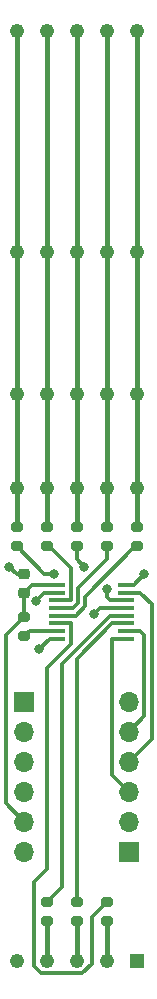
<source format=gtl>
%TF.GenerationSoftware,KiCad,Pcbnew,6.0.11*%
%TF.CreationDate,2024-07-26T21:25:55+01:00*%
%TF.ProjectId,7Backpack,37426163-6b70-4616-936b-2e6b69636164,rev?*%
%TF.SameCoordinates,Original*%
%TF.FileFunction,Copper,L1,Top*%
%TF.FilePolarity,Positive*%
%FSLAX46Y46*%
G04 Gerber Fmt 4.6, Leading zero omitted, Abs format (unit mm)*
G04 Created by KiCad (PCBNEW 6.0.11) date 2024-07-26 21:25:55*
%MOMM*%
%LPD*%
G01*
G04 APERTURE LIST*
G04 Aperture macros list*
%AMRoundRect*
0 Rectangle with rounded corners*
0 $1 Rounding radius*
0 $2 $3 $4 $5 $6 $7 $8 $9 X,Y pos of 4 corners*
0 Add a 4 corners polygon primitive as box body*
4,1,4,$2,$3,$4,$5,$6,$7,$8,$9,$2,$3,0*
0 Add four circle primitives for the rounded corners*
1,1,$1+$1,$2,$3*
1,1,$1+$1,$4,$5*
1,1,$1+$1,$6,$7*
1,1,$1+$1,$8,$9*
0 Add four rect primitives between the rounded corners*
20,1,$1+$1,$2,$3,$4,$5,0*
20,1,$1+$1,$4,$5,$6,$7,0*
20,1,$1+$1,$6,$7,$8,$9,0*
20,1,$1+$1,$8,$9,$2,$3,0*%
G04 Aperture macros list end*
%TA.AperFunction,SMDPad,CuDef*%
%ADD10RoundRect,0.200000X-0.275000X0.200000X-0.275000X-0.200000X0.275000X-0.200000X0.275000X0.200000X0*%
%TD*%
%TA.AperFunction,SMDPad,CuDef*%
%ADD11RoundRect,0.200000X0.275000X-0.200000X0.275000X0.200000X-0.275000X0.200000X-0.275000X-0.200000X0*%
%TD*%
%TA.AperFunction,ComponentPad*%
%ADD12R,1.700000X1.700000*%
%TD*%
%TA.AperFunction,ComponentPad*%
%ADD13O,1.700000X1.700000*%
%TD*%
%TA.AperFunction,SMDPad,CuDef*%
%ADD14RoundRect,0.225000X0.250000X-0.225000X0.250000X0.225000X-0.250000X0.225000X-0.250000X-0.225000X0*%
%TD*%
%TA.AperFunction,SMDPad,CuDef*%
%ADD15R,1.473200X0.355600*%
%TD*%
%TA.AperFunction,ComponentPad*%
%ADD16R,1.218000X1.218000*%
%TD*%
%TA.AperFunction,ComponentPad*%
%ADD17C,1.218000*%
%TD*%
%TA.AperFunction,ViaPad*%
%ADD18C,0.800000*%
%TD*%
%TA.AperFunction,Conductor*%
%ADD19C,0.350000*%
%TD*%
%TA.AperFunction,Conductor*%
%ADD20C,0.400000*%
%TD*%
G04 APERTURE END LIST*
D10*
%TO.P,R4,1*%
%TO.N,Net-(R4-Pad1)*%
X102870000Y-127445000D03*
%TO.P,R4,2*%
%TO.N,Net-(R4-Pad2)*%
X102870000Y-129095000D03*
%TD*%
D11*
%TO.P,R9,1*%
%TO.N,Net-(R9-Pad1)*%
X105410000Y-97345000D03*
%TO.P,R9,2*%
%TO.N,Net-(R9-Pad2)*%
X105410000Y-95695000D03*
%TD*%
%TO.P,R8,1*%
%TO.N,Net-(R8-Pad1)*%
X110490000Y-97345000D03*
%TO.P,R8,2*%
%TO.N,Net-(R8-Pad2)*%
X110490000Y-95695000D03*
%TD*%
%TO.P,R7,1*%
%TO.N,Net-(R7-Pad1)*%
X107950000Y-97345000D03*
%TO.P,R7,2*%
%TO.N,Net-(R7-Pad2)*%
X107950000Y-95695000D03*
%TD*%
D12*
%TO.P,J1,1,Pin_1*%
%TO.N,GND*%
X100965000Y-110490000D03*
D13*
%TO.P,J1,2,Pin_2*%
%TO.N,Net-(J1-Pad2)*%
X100965000Y-113030000D03*
%TO.P,J1,3,Pin_3*%
%TO.N,Net-(J1-Pad3)*%
X100965000Y-115570000D03*
%TO.P,J1,4,Pin_4*%
%TO.N,Net-(J1-Pad4)*%
X100965000Y-118110000D03*
%TO.P,J1,5,Pin_5*%
%TO.N,+5V*%
X100965000Y-120650000D03*
%TO.P,J1,6,Pin_6*%
%TO.N,VCC*%
X100965000Y-123190000D03*
%TD*%
D14*
%TO.P,C1,1*%
%TO.N,+5V*%
X100965000Y-101245600D03*
%TO.P,C1,2*%
%TO.N,GND*%
X100965000Y-99695600D03*
%TD*%
D10*
%TO.P,R5,1*%
%TO.N,Net-(R5-Pad1)*%
X105410000Y-127445000D03*
%TO.P,R5,2*%
%TO.N,Net-(R5-Pad2)*%
X105410000Y-129095000D03*
%TD*%
D15*
%TO.P,U1,1,VCC*%
%TO.N,+5V*%
X103759000Y-100584000D03*
%TO.P,U1,2,SER_IN*%
%TO.N,Net-(J1-Pad4)*%
X103759000Y-101244400D03*
%TO.P,U1,3,DRAIN0*%
%TO.N,Net-(R2-Pad1)*%
X103759000Y-101904800D03*
%TO.P,U1,4,DRAIN1*%
%TO.N,Net-(R7-Pad1)*%
X103759000Y-102539800D03*
%TO.P,U1,5,DRAIN2*%
%TO.N,Net-(R8-Pad1)*%
X103759000Y-103200200D03*
%TO.P,U1,6,DRAIN3*%
%TO.N,Net-(R6-Pad1)*%
X103759000Y-103835200D03*
%TO.P,U1,7,~CLR*%
%TO.N,Net-(R1-Pad1)*%
X103759000Y-104495600D03*
%TO.P,U1,8,~G*%
%TO.N,GND*%
X103759000Y-105156000D03*
%TO.P,U1,9,SER_OUT*%
%TO.N,Net-(J2-Pad3)*%
X109601000Y-105156000D03*
%TO.P,U1,10,RCK*%
%TO.N,Net-(J1-Pad2)*%
X109601000Y-104495600D03*
%TO.P,U1,11,DRAIN4*%
%TO.N,Net-(R5-Pad1)*%
X109601000Y-103835200D03*
%TO.P,U1,12,DRAIN5*%
%TO.N,Net-(R4-Pad1)*%
X109601000Y-103200200D03*
%TO.P,U1,13,DRAIN6*%
%TO.N,Net-(R3-Pad1)*%
X109601000Y-102539800D03*
%TO.P,U1,14,DRAIN7*%
%TO.N,Net-(R9-Pad1)*%
X109601000Y-101904800D03*
%TO.P,U1,15,SRCK*%
%TO.N,Net-(J1-Pad3)*%
X109601000Y-101244400D03*
%TO.P,U1,16,GND*%
%TO.N,GND*%
X109601000Y-100584000D03*
%TD*%
D11*
%TO.P,R1,1*%
%TO.N,Net-(R1-Pad1)*%
X100965000Y-104965000D03*
%TO.P,R1,2*%
%TO.N,+5V*%
X100965000Y-103315000D03*
%TD*%
D10*
%TO.P,R6,1*%
%TO.N,Net-(R6-Pad1)*%
X107950000Y-127445000D03*
%TO.P,R6,2*%
%TO.N,Net-(R6-Pad2)*%
X107950000Y-129095000D03*
%TD*%
D11*
%TO.P,R3,1*%
%TO.N,Net-(R3-Pad1)*%
X100330000Y-97345000D03*
%TO.P,R3,2*%
%TO.N,Net-(R3-Pad2)*%
X100330000Y-95695000D03*
%TD*%
%TO.P,R2,1*%
%TO.N,Net-(R2-Pad1)*%
X102870000Y-97345000D03*
%TO.P,R2,2*%
%TO.N,Net-(R2-Pad2)*%
X102870000Y-95695000D03*
%TD*%
D12*
%TO.P,J2,1,Pin_1*%
%TO.N,VCC*%
X109855000Y-123190000D03*
D13*
%TO.P,J2,2,Pin_2*%
%TO.N,+5V*%
X109855000Y-120650000D03*
%TO.P,J2,3,Pin_3*%
%TO.N,Net-(J2-Pad3)*%
X109855000Y-118110000D03*
%TO.P,J2,4,Pin_4*%
%TO.N,Net-(J1-Pad3)*%
X109855000Y-115570000D03*
%TO.P,J2,5,Pin_5*%
%TO.N,Net-(J1-Pad2)*%
X109855000Y-113030000D03*
%TO.P,J2,6,Pin_6*%
%TO.N,GND*%
X109855000Y-110490000D03*
%TD*%
D16*
%TO.P,U2,1*%
%TO.N,VCC*%
X110490000Y-132428500D03*
D17*
%TO.P,U2,2*%
%TO.N,Net-(R6-Pad2)*%
X107950000Y-132428500D03*
%TO.P,U2,3*%
%TO.N,Net-(R5-Pad2)*%
X105410000Y-132428500D03*
%TO.P,U2,4*%
%TO.N,Net-(R4-Pad2)*%
X102870000Y-132428500D03*
%TO.P,U2,5*%
%TO.N,VCC*%
X100330000Y-132428500D03*
%TO.P,U2,6*%
%TO.N,Net-(R3-Pad2)*%
X100330000Y-84428500D03*
X100330000Y-72428500D03*
X100330000Y-92428500D03*
X100330000Y-53688500D03*
%TO.P,U2,7*%
%TO.N,Net-(R2-Pad2)*%
X102870000Y-84428500D03*
X102870000Y-53688500D03*
X102870000Y-72428500D03*
X102870000Y-92428500D03*
%TO.P,U2,8*%
%TO.N,Net-(R9-Pad2)*%
X105410000Y-84428500D03*
X105410000Y-53688500D03*
X105410000Y-72428500D03*
X105410000Y-92428500D03*
%TO.P,U2,9*%
%TO.N,Net-(R7-Pad2)*%
X107950000Y-53688500D03*
X107950000Y-92428500D03*
X107950000Y-72428500D03*
X107950000Y-84428500D03*
%TO.P,U2,10*%
%TO.N,Net-(R8-Pad2)*%
X110490000Y-84428500D03*
X110490000Y-92428500D03*
X110490000Y-72428500D03*
X110490000Y-53688500D03*
%TD*%
D18*
%TO.N,GND*%
X111125000Y-99695000D03*
X99695000Y-99060000D03*
X102235000Y-106045000D03*
%TO.N,Net-(J1-Pad4)*%
X101962100Y-101962100D03*
%TO.N,Net-(R3-Pad1)*%
X103505000Y-99695000D03*
X106855545Y-103045545D03*
%TO.N,Net-(R9-Pad1)*%
X106045000Y-99060000D03*
X107950000Y-100965000D03*
%TD*%
D19*
%TO.N,+5V*%
X99423100Y-119108100D02*
X99423100Y-104856900D01*
X103759000Y-100584000D02*
X101626600Y-100584000D01*
X100965000Y-120650000D02*
X99423100Y-119108100D01*
X100965000Y-101245600D02*
X100965000Y-103315000D01*
X99423100Y-104856900D02*
X100965000Y-103315000D01*
X101626600Y-100584000D02*
X100965000Y-101245600D01*
%TO.N,GND*%
X100330600Y-99695600D02*
X100965000Y-99695600D01*
X109601000Y-100584000D02*
X110236000Y-100584000D01*
X103124000Y-105156000D02*
X102235000Y-106045000D01*
X103759000Y-105156000D02*
X103124000Y-105156000D01*
X110236000Y-100584000D02*
X111125000Y-99695000D01*
X99695000Y-99060000D02*
X100330600Y-99695600D01*
%TO.N,Net-(J1-Pad2)*%
X109855000Y-113030000D02*
X111147400Y-111737600D01*
X111147400Y-111737600D02*
X111147400Y-104878500D01*
X109601000Y-104495600D02*
X110764500Y-104495600D01*
X111147400Y-104878500D02*
X110764500Y-104495600D01*
%TO.N,Net-(J1-Pad3)*%
X109601000Y-101244400D02*
X110764500Y-101244400D01*
X111766300Y-113658700D02*
X111766300Y-102246200D01*
X109855000Y-115570000D02*
X111766300Y-113658700D01*
X111766300Y-102246200D02*
X110764500Y-101244400D01*
%TO.N,Net-(J1-Pad4)*%
X102679800Y-101244400D02*
X103759000Y-101244400D01*
X101962100Y-101962100D02*
X102679800Y-101244400D01*
%TO.N,Net-(J2-Pad3)*%
X109855000Y-118110000D02*
X108437500Y-116692500D01*
X108437500Y-116692500D02*
X108437500Y-105156000D01*
X109601000Y-105156000D02*
X108437500Y-105156000D01*
%TO.N,Net-(R1-Pad1)*%
X100965000Y-104965000D02*
X101434400Y-104495600D01*
X101434400Y-104495600D02*
X103759000Y-104495600D01*
D20*
%TO.N,Net-(R2-Pad1)*%
X102870000Y-97345000D02*
X103060000Y-97345000D01*
D19*
X104922500Y-99207500D02*
X103060000Y-97345000D01*
X103759000Y-101904800D02*
X104922500Y-101904800D01*
X104922500Y-101904800D02*
X104922500Y-99207500D01*
D20*
%TO.N,Net-(R2-Pad2)*%
X102870000Y-92428500D02*
X102870000Y-95695000D01*
X102870000Y-72428500D02*
X102870000Y-84428500D01*
X102870000Y-53688500D02*
X102870000Y-72428500D01*
X102870000Y-84428500D02*
X102870000Y-92428500D01*
D19*
%TO.N,Net-(R3-Pad1)*%
X102680000Y-99695000D02*
X100330000Y-97345000D01*
X106855545Y-103045545D02*
X107361290Y-102539800D01*
X107361290Y-102539800D02*
X109601000Y-102539800D01*
X103505000Y-99695000D02*
X102680000Y-99695000D01*
D20*
%TO.N,Net-(R3-Pad2)*%
X100330000Y-53688500D02*
X100330000Y-72428500D01*
X100330000Y-92428500D02*
X100330000Y-95695000D01*
X100330000Y-72428500D02*
X100330000Y-84428500D01*
X100330000Y-84428500D02*
X100330000Y-92428500D01*
D19*
%TO.N,Net-(R4-Pad1)*%
X108218000Y-103200200D02*
X109601000Y-103200200D01*
X102870000Y-127445000D02*
X104140000Y-126175000D01*
X104140000Y-126175000D02*
X104140000Y-107278200D01*
X104140000Y-107278200D02*
X108218000Y-103200200D01*
D20*
%TO.N,Net-(R4-Pad2)*%
X102870000Y-132428000D02*
X102870000Y-129095000D01*
D19*
X102870000Y-132428000D02*
X102870000Y-132428500D01*
%TO.N,Net-(R5-Pad1)*%
X109601000Y-103835200D02*
X108437500Y-103835200D01*
X105410000Y-127445000D02*
X105410000Y-106862700D01*
X105410000Y-106862700D02*
X108437500Y-103835200D01*
D20*
%TO.N,Net-(R5-Pad2)*%
X105410000Y-132428000D02*
X105410000Y-129095000D01*
D19*
X105410000Y-132428000D02*
X105410000Y-132428500D01*
%TO.N,Net-(R6-Pad1)*%
X102426900Y-133471000D02*
X105899600Y-133471000D01*
X106680000Y-128715000D02*
X107950000Y-127445000D01*
X102870000Y-107666700D02*
X102870000Y-124691900D01*
X101800600Y-132844700D02*
X102426900Y-133471000D01*
X106680000Y-132690600D02*
X106680000Y-128715000D01*
X104922500Y-103835200D02*
X104922500Y-105614200D01*
X105899600Y-133471000D02*
X106680000Y-132690600D01*
X103759000Y-103835200D02*
X104922500Y-103835200D01*
X104922500Y-105614200D02*
X102870000Y-107666700D01*
X102870000Y-124691900D02*
X101800600Y-125761300D01*
X101800600Y-125761300D02*
X101800600Y-132844700D01*
D20*
%TO.N,Net-(R6-Pad2)*%
X107950000Y-132428000D02*
X107950000Y-129095000D01*
D19*
X107950000Y-132428000D02*
X107950000Y-132428500D01*
%TO.N,Net-(R7-Pad1)*%
X105136028Y-102539800D02*
X105522500Y-102153328D01*
X107950000Y-98425000D02*
X107950000Y-97345000D01*
X105522500Y-100852500D02*
X107950000Y-98425000D01*
X105522500Y-102153328D02*
X105522500Y-100852500D01*
X103759000Y-102539800D02*
X105136028Y-102539800D01*
D20*
%TO.N,Net-(R7-Pad2)*%
X107950000Y-84428500D02*
X107950000Y-92428500D01*
X107950000Y-92428500D02*
X107950000Y-95695000D01*
X107950000Y-72428500D02*
X107950000Y-84428500D01*
X107950000Y-53688500D02*
X107950000Y-72428500D01*
D19*
%TO.N,Net-(R8-Pad1)*%
X103759000Y-103200200D02*
X105324156Y-103200200D01*
X105324156Y-103200200D02*
X106122500Y-102401856D01*
X110377500Y-97345000D02*
X110490000Y-97345000D01*
X110300000Y-97345000D02*
X110490000Y-97345000D01*
X106122500Y-101600000D02*
X110377500Y-97345000D01*
X106122500Y-102401856D02*
X106122500Y-101600000D01*
D20*
%TO.N,Net-(R8-Pad2)*%
X110490000Y-84428500D02*
X110490000Y-92428500D01*
X110490000Y-72428500D02*
X110490000Y-84428500D01*
X110490000Y-53688500D02*
X110490000Y-72428500D01*
X110490000Y-92428500D02*
X110490000Y-95695000D01*
D19*
%TO.N,Net-(R9-Pad1)*%
X109601000Y-101904800D02*
X108254800Y-101904800D01*
X105410000Y-98425000D02*
X106045000Y-99060000D01*
X108254800Y-101904800D02*
X107950000Y-101600000D01*
X107950000Y-101600000D02*
X107950000Y-100965000D01*
X105410000Y-97345000D02*
X105410000Y-98425000D01*
D20*
%TO.N,Net-(R9-Pad2)*%
X105410000Y-84428500D02*
X105410000Y-92428500D01*
X105410000Y-53688500D02*
X105410000Y-72428500D01*
X105410000Y-92428500D02*
X105410000Y-95695000D01*
X105410000Y-72428500D02*
X105410000Y-84428500D01*
%TD*%
M02*

</source>
